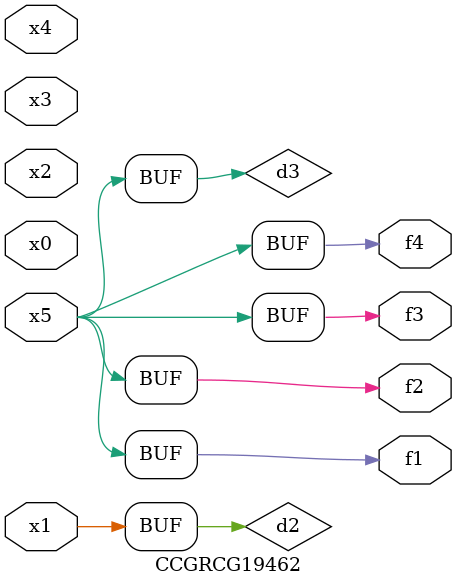
<source format=v>
module CCGRCG19462(
	input x0, x1, x2, x3, x4, x5,
	output f1, f2, f3, f4
);

	wire d1, d2, d3;

	not (d1, x5);
	or (d2, x1);
	xnor (d3, d1);
	assign f1 = d3;
	assign f2 = d3;
	assign f3 = d3;
	assign f4 = d3;
endmodule

</source>
